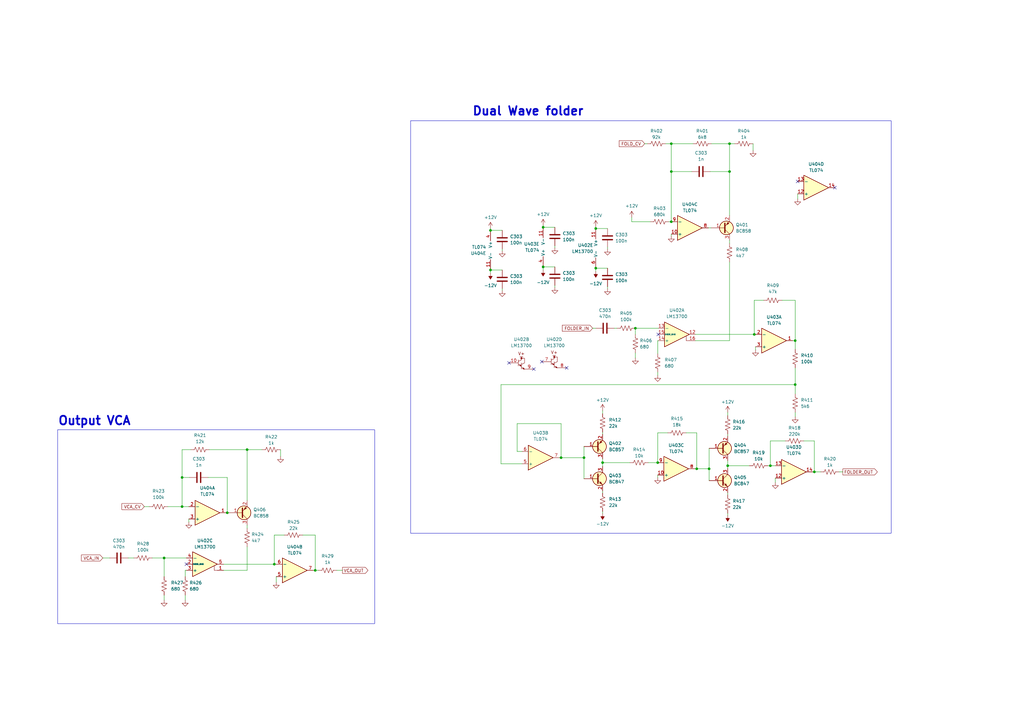
<source format=kicad_sch>
(kicad_sch (version 20230121) (generator eeschema)
  (paper "A3")
  (lib_symbols
    (symbol "Amplifier_Operational:LM13700" (pin_names (offset 0.127))
      (property "Reference" "U" (at 3.81 5.08 0))
      (property "Value" "LM13700" (at 5.08 -5.08 0))
      (symbol "LM13700_1_1"
        (polyline (pts (xy 3.81 -0.635) (xy 3.81 -2.54) (xy 5.08 -2.54)))
        (polyline (pts (xy 5.08 0) (xy -5.08 -5.08) (xy -5.08 5.08) (xy 5.08 0)) (stroke (width 0.254)) (fill (type background)))
        (pin output line (at 7.62 0 180) (length 2.54) (name "~") (number "12"))
        (pin input line (at -7.62 2.54 0) (length 2.54) (name "-") (number "13"))
        (pin input line (at -7.62 -2.54 0) (length 2.54) (name "+") (number "14"))
        (pin input line (at -7.62 0 0) (length 2.54) (name "DIODE_BIAS") (number "15"))
        (pin input line (at 7.62 -2.54 180) (length 2.54) (name "~") (number "16"))
      )
      (symbol "LM13700_2_0"
        (polyline (pts (xy -1.905 2.54) (xy -3.175 2.54)))
      )
      (symbol "LM13700_2_1"
        (circle (center -2.54 1.905) (radius 0.254) (stroke (width 0.254)) (fill (type outline)))
        (polyline (pts (xy -3.81 -0.635) (xy -2.54 -1.27)))
        (polyline (pts (xy -3.81 1.27) (xy -3.81 -1.27)))
        (polyline (pts (xy -2.54 -1.905) (xy -1.27 -2.54)))
        (polyline (pts (xy -2.54 0) (xy -2.54 -2.54)))
        (polyline (pts (xy -3.81 0.635) (xy -2.54 1.27) (xy -2.54 1.905) (xy -2.54 2.54)))
        (polyline (pts (xy -2.54 -1.27) (xy -3.175 -0.635) (xy -3.175 -1.27) (xy -2.54 -1.27)) (fill (type outline)))
        (polyline (pts (xy -2.54 -0.635) (xy -1.27 0) (xy -1.27 1.905) (xy -2.54 1.905)))
        (polyline (pts (xy -1.27 -2.54) (xy -1.905 -1.905) (xy -1.905 -2.54) (xy -1.27 -2.54)) (fill (type outline)))
        (text "V+" (at -2.54 3.81 0) (effects (font (size 1.27 1.27))))
        (pin input line (at -7.62 0 0) (length 3.81) (name "~") (number "10"))
        (pin output line (at 2.54 -2.54 180) (length 3.81) (name "~") (number "9"))
      )
      (symbol "LM13700_3_1"
        (polyline (pts (xy 3.81 -0.635) (xy 3.81 -2.54) (xy 5.08 -2.54)))
        (polyline (pts (xy 5.08 0) (xy -5.08 -5.08) (xy -5.08 5.08) (xy 5.08 0)) (stroke (width 0.254)) (fill (type background)))
        (pin input line (at 7.62 -2.54 180) (length 2.54) (name "~") (number "1"))
        (pin input line (at -7.62 0 0) (length 2.54) (name "DIODE_BIAS") (number "2"))
        (pin input line (at -7.62 -2.54 0) (length 2.54) (name "+") (number "3"))
        (pin input line (at -7.62 2.54 0) (length 2.54) (name "-") (number "4"))
        (pin output line (at 7.62 0 180) (length 2.54) (name "~") (number "5"))
      )
      (symbol "LM13700_4_0"
        (polyline (pts (xy -3.175 2.54) (xy -1.905 2.54)))
        (text "V+" (at -2.54 3.81 0) (effects (font (size 1.27 1.27))))
      )
      (symbol "LM13700_4_1"
        (circle (center -2.54 1.905) (radius 0.254) (stroke (width 0.254)) (fill (type outline)))
        (polyline (pts (xy -3.81 -0.635) (xy -2.54 -1.27)))
        (polyline (pts (xy -3.81 1.27) (xy -3.81 -1.27)))
        (polyline (pts (xy -2.54 -1.905) (xy -1.27 -2.54)))
        (polyline (pts (xy -2.54 0) (xy -2.54 -2.54)))
        (polyline (pts (xy -3.81 0.635) (xy -2.54 1.27) (xy -2.54 2.54)))
        (polyline (pts (xy -2.54 -1.27) (xy -3.175 -0.635) (xy -3.175 -1.27) (xy -2.54 -1.27)) (fill (type outline)))
        (polyline (pts (xy -2.54 -0.635) (xy -1.27 0) (xy -1.27 1.905) (xy -2.54 1.905)))
        (polyline (pts (xy -1.27 -2.54) (xy -1.905 -1.905) (xy -1.905 -2.54) (xy -1.27 -2.54)) (fill (type outline)))
        (pin input line (at -7.62 0 0) (length 3.81) (name "~") (number "7"))
        (pin output line (at 2.54 -2.54 180) (length 3.81) (name "~") (number "8"))
      )
      (symbol "LM13700_5_1"
        (pin power_in line (at -2.54 7.62 270) (length 3.81) (name "V+") (number "11"))
        (pin power_in line (at -2.54 -7.62 90) (length 3.81) (name "V-") (number "6"))
      )
    )
    (symbol "Amplifier_Operational:TL074" (pin_names (offset 0.127))
      (property "Reference" "U" (at 0 5.08 0))
      (property "Value" "TL074" (at 0 -5.08 0))
      (symbol "TL074_1_1"
        (polyline (pts (xy -5.08 5.08) (xy 5.08 0) (xy -5.08 -5.08) (xy -5.08 5.08)) (stroke (width 0.254)) (fill (type background)))
        (pin output line (at 7.62 0 180) (length 2.54) (name "~") (number "1"))
        (pin input line (at -7.62 -2.54 0) (length 2.54) (name "-") (number "2"))
        (pin input line (at -7.62 2.54 0) (length 2.54) (name "+") (number "3"))
      )
      (symbol "TL074_2_1"
        (polyline (pts (xy -5.08 5.08) (xy 5.08 0) (xy -5.08 -5.08) (xy -5.08 5.08)) (stroke (width 0.254)) (fill (type background)))
        (pin input line (at -7.62 2.54 0) (length 2.54) (name "+") (number "5"))
        (pin input line (at -7.62 -2.54 0) (length 2.54) (name "-") (number "6"))
        (pin output line (at 7.62 0 180) (length 2.54) (name "~") (number "7"))
      )
      (symbol "TL074_3_1"
        (polyline (pts (xy -5.08 5.08) (xy 5.08 0) (xy -5.08 -5.08) (xy -5.08 5.08)) (stroke (width 0.254)) (fill (type background)))
        (pin input line (at -7.62 2.54 0) (length 2.54) (name "+") (number "10"))
        (pin output line (at 7.62 0 180) (length 2.54) (name "~") (number "8"))
        (pin input line (at -7.62 -2.54 0) (length 2.54) (name "-") (number "9"))
      )
      (symbol "TL074_4_1"
        (polyline (pts (xy -5.08 5.08) (xy 5.08 0) (xy -5.08 -5.08) (xy -5.08 5.08)) (stroke (width 0.254)) (fill (type background)))
        (pin input line (at -7.62 2.54 0) (length 2.54) (name "+") (number "12"))
        (pin input line (at -7.62 -2.54 0) (length 2.54) (name "-") (number "13"))
        (pin output line (at 7.62 0 180) (length 2.54) (name "~") (number "14"))
      )
      (symbol "TL074_5_1"
        (pin power_in line (at -2.54 -7.62 90) (length 3.81) (name "V-") (number "11"))
        (pin power_in line (at -2.54 7.62 270) (length 3.81) (name "V+") (number "4"))
      )
    )
    (symbol "Device:C" (pin_numbers hide) (pin_names (offset 0.254))
      (property "Reference" "C" (at 0.635 2.54 0))
      (property "Value" "C" (at 0.635 -2.54 0))
      (symbol "C_0_1"
        (polyline (pts (xy -2.032 -0.762) (xy 2.032 -0.762)) (stroke (width 0.508)))
        (polyline (pts (xy -2.032 0.762) (xy 2.032 0.762)) (stroke (width 0.508)))
      )
      (symbol "C_1_1"
        (pin passive line (at 0 3.81 270) (length 2.794) (name "~") (number "1"))
        (pin passive line (at 0 -3.81 90) (length 2.794) (name "~") (number "2"))
      )
    )
    (symbol "Device:R_US" (pin_numbers hide) (pin_names (offset 0))
      (property "Reference" "R" (at 2.54 0 90))
      (property "Value" "R_US" (at -2.54 0 90))
      (symbol "R_US_0_1"
        (polyline (pts (xy 0 -2.286) (xy 0 -2.54)))
        (polyline (pts (xy 0 2.286) (xy 0 2.54)))
        (polyline (pts (xy 0 -0.762) (xy 1.016 -1.143) (xy 0 -1.524) (xy -1.016 -1.905) (xy 0 -2.286)))
        (polyline (pts (xy 0 0.762) (xy 1.016 0.381) (xy 0 0) (xy -1.016 -0.381) (xy 0 -0.762)))
        (polyline (pts (xy 0 2.286) (xy 1.016 1.905) (xy 0 1.524) (xy -1.016 1.143) (xy 0 0.762)))
      )
      (symbol "R_US_1_1"
        (pin passive line (at 0 3.81 270) (length 1.27) (name "~") (number "1"))
        (pin passive line (at 0 -3.81 90) (length 1.27) (name "~") (number "2"))
      )
    )
    (symbol "PCM_Transistor_BJT_AKL:BC847" (pin_names hide)
      (property "Reference" "Q" (at 5.08 1.27 0))
      (property "Value" "BC847" (at 5.08 -1.27 0))
      (symbol "BC847_0_1"
        (polyline (pts (xy 0.635 0.635) (xy 2.54 2.54)))
        (polyline (pts (xy 0.635 -0.635) (xy 2.54 -2.54) (xy 2.54 -2.54)))
        (polyline (pts (xy 0.635 1.905) (xy 0.635 -1.905) (xy 0.635 -1.905)) (stroke (width 0.508)))
        (polyline (pts (xy 1.27 -1.778) (xy 1.778 -1.27) (xy 2.286 -2.286) (xy 1.27 -1.778) (xy 1.27 -1.778)) (fill (type outline)))
        (circle (center 1.27 0) (radius 2.8194) (stroke (width 0.254)) (fill (type background)))
      )
      (symbol "BC847_1_1"
        (pin input line (at -5.08 0 0) (length 5.715) (name "B") (number "1"))
        (pin passive line (at 2.54 -5.08 90) (length 2.54) (name "E") (number "2"))
        (pin passive line (at 2.54 5.08 270) (length 2.54) (name "C") (number "3"))
      )
    )
    (symbol "PCM_Transistor_BJT_AKL:BC857" (pin_names hide)
      (property "Reference" "Q" (at 5.08 1.27 0))
      (property "Value" "BC857" (at 5.08 -1.27 0))
      (symbol "BC857_0_1"
        (polyline (pts (xy 0.635 -0.635) (xy 2.54 -2.54)))
        (polyline (pts (xy 0.635 -1.905) (xy 0.635 1.905) (xy 0.635 1.905)) (stroke (width 0.508)))
        (polyline (pts (xy 0.635 0.635) (xy 2.54 2.54) (xy 2.54 2.54)))
        (polyline (pts (xy 2.286 1.778) (xy 1.778 2.286) (xy 1.27 1.27) (xy 2.286 1.778) (xy 2.286 1.778)) (fill (type outline)))
        (circle (center 1.27 0) (radius 2.8194) (stroke (width 0.254)) (fill (type background)))
      )
      (symbol "BC857_1_1"
        (pin input line (at -5.08 0 0) (length 5.715) (name "B") (number "1"))
        (pin passive line (at 2.54 5.08 270) (length 2.54) (name "E") (number "2"))
        (pin passive line (at 2.54 -5.08 90) (length 2.54) (name "C") (number "3"))
      )
    )
    (symbol "PCM_Transistor_BJT_AKL:BC858" (pin_names hide)
      (property "Reference" "Q" (at 5.08 1.27 0))
      (property "Value" "BC858" (at 5.08 -1.27 0))
      (symbol "BC858_0_1"
        (polyline (pts (xy 0.635 -0.635) (xy 2.54 -2.54)))
        (polyline (pts (xy 0.635 -1.905) (xy 0.635 1.905) (xy 0.635 1.905)) (stroke (width 0.508)))
        (polyline (pts (xy 0.635 0.635) (xy 2.54 2.54) (xy 2.54 2.54)))
        (polyline (pts (xy 2.286 1.778) (xy 1.778 2.286) (xy 1.27 1.27) (xy 2.286 1.778) (xy 2.286 1.778)) (fill (type outline)))
        (circle (center 1.27 0) (radius 2.8194) (stroke (width 0.254)) (fill (type background)))
      )
      (symbol "BC858_1_1"
        (pin input line (at -5.08 0 0) (length 5.715) (name "B") (number "1"))
        (pin passive line (at 2.54 5.08 270) (length 2.54) (name "E") (number "2"))
        (pin passive line (at 2.54 -5.08 90) (length 2.54) (name "C") (number "3"))
      )
    )
    (symbol "power:+12V" (power) (pin_names (offset 0))
      (property "Value" "+12V" (at 0 3.556 0))
      (symbol "+12V_0_1"
        (polyline (pts (xy -0.762 1.27) (xy 0 2.54)))
        (polyline (pts (xy 0 0) (xy 0 2.54)))
        (polyline (pts (xy 0 2.54) (xy 0.762 1.27)))
      )
      (symbol "+12V_1_1"
        (pin power_in line (at 0 0 90) (length 0) hide (name "+12V") (number "1"))
      )
    )
    (symbol "power:-12V" (power) (pin_names (offset 0))
      (property "Value" "-12V" (at 0 3.81 0))
      (symbol "-12V_0_0"
        (pin power_in line (at 0 0 90) (length 0) hide (name "-12V") (number "1"))
      )
      (symbol "-12V_0_1"
        (polyline (pts (xy 0 0) (xy 0 1.27) (xy 0.762 1.27) (xy 0 2.54) (xy -0.762 1.27) (xy 0 1.27)) (fill (type outline)))
      )
    )
    (symbol "power:GND" (power) (pin_names (offset 0))
      (symbol "GND_0_1"
        (polyline (pts (xy 0 0) (xy 0 -1.27) (xy 1.27 -1.27) (xy 0 -2.54) (xy -1.27 -1.27) (xy 0 -1.27)))
      )
      (symbol "GND_1_1"
        (pin power_in line (at 0 0 270) (length 0) hide (name "GND") (number "1"))
      )
    )
  )
  (junction (at 275.336 58.928))
  (junction (at 299.212 70.358))
  (junction (at 309.372 137.16))
  (junction (at 315.976 191.008))
  (junction (at 74.676 207.772))
  (junction (at 275.336 70.358))
  (junction (at 334.01 193.548))
  (junction (at 298.45 191.008))
  (junction (at 285.75 192.278))
  (junction (at 247.142 189.738))
  (junction (at 112.522 231.394))
  (junction (at 74.676 195.834))
  (junction (at 101.346 184.404))
  (junction (at 326.136 157.734))
  (junction (at 290.83 192.278))
  (junction (at 275.336 90.932))
  (junction (at 299.212 58.928))
  (junction (at 201.168 94.488))
  (junction (at 222.758 93.218))
  (junction (at 201.168 110.744))
  (junction (at 244.348 93.726))
  (junction (at 222.758 109.474))
  (junction (at 326.136 139.7))
  (junction (at 93.218 210.312))
  (junction (at 230.124 187.706))
  (junction (at 67.31 228.854))
  (junction (at 129.286 233.934))
  (junction (at 260.604 134.62))
  (junction (at 269.748 189.738))
  (junction (at 239.522 187.706))
  (junction (at 244.348 109.982))
  (no_connect (at 76.454 231.394))
  (no_connect (at 232.41 150.876))
  (no_connect (at 218.948 151.384))
  (no_connect (at 208.788 148.844))
  (no_connect (at 327.152 74.422))
  (no_connect (at 270.002 137.16))
  (no_connect (at 222.25 148.336))
  (no_connect (at 342.392 76.962))
  (wire (pts (xy 52.578 228.854) (xy 54.864 228.854)))
  (wire (pts (xy 326.136 123.19) (xy 326.136 139.7)))
  (wire (pts (xy 291.338 70.358) (xy 299.212 70.358)))
  (wire (pts (xy 201.168 110.744) (xy 201.168 112.014)))
  (wire (pts (xy 285.242 137.16) (xy 309.372 137.16)))
  (wire (pts (xy 222.758 93.218) (xy 222.758 93.726)))
  (wire (pts (xy 320.802 123.19) (xy 326.136 123.19)))
  (wire (pts (xy 309.372 137.16) (xy 309.88 137.16)))
  (wire (pts (xy 101.346 184.404) (xy 107.442 184.404)))
  (wire (pts (xy 91.694 231.394) (xy 112.522 231.394)))
  (wire (pts (xy 285.242 139.7) (xy 299.212 139.7)))
  (wire (pts (xy 76.454 228.854) (xy 67.31 228.854)))
  (wire (pts (xy 230.124 187.706) (xy 229.362 187.706)))
  (wire (pts (xy 247.142 177.292) (xy 247.142 178.054)))
  (wire (pts (xy 298.45 210.566) (xy 298.45 211.328)))
  (wire (pts (xy 269.748 177.546) (xy 269.748 189.738)))
  (wire (pts (xy 138.176 233.934) (xy 140.462 233.934)))
  (wire (pts (xy 260.604 134.62) (xy 260.604 137.16)))
  (wire (pts (xy 326.136 143.256) (xy 326.136 139.7)))
  (wire (pts (xy 326.136 169.164) (xy 326.136 170.942)))
  (wire (pts (xy 214.122 190.246) (xy 205.486 190.246)))
  (wire (pts (xy 222.758 109.474) (xy 227.584 109.474)))
  (wire (pts (xy 247.142 201.422) (xy 247.142 202.184)))
  (wire (pts (xy 275.336 96.012) (xy 275.336 96.774)))
  (wire (pts (xy 299.212 88.392) (xy 299.212 70.358)))
  (wire (pts (xy 75.946 236.474) (xy 75.946 233.934)))
  (wire (pts (xy 222.758 109.474) (xy 222.758 110.744)))
  (wire (pts (xy 344.17 193.548) (xy 345.694 193.548)))
  (wire (pts (xy 112.522 231.394) (xy 113.284 231.394)))
  (wire (pts (xy 67.31 228.854) (xy 62.484 228.854)))
  (wire (pts (xy 201.168 94.488) (xy 205.994 94.488)))
  (wire (pts (xy 315.976 191.008) (xy 318.008 191.008)))
  (wire (pts (xy 201.168 110.236) (xy 201.168 110.744)))
  (wire (pts (xy 309.88 142.24) (xy 309.88 143.51)))
  (wire (pts (xy 212.09 185.166) (xy 212.09 173.736)))
  (wire (pts (xy 243.078 134.62) (xy 244.348 134.62)))
  (wire (pts (xy 205.994 118.364) (xy 205.994 119.126)))
  (wire (pts (xy 275.336 58.928) (xy 275.336 70.358)))
  (wire (pts (xy 116.586 219.456) (xy 112.522 219.456)))
  (wire (pts (xy 329.692 180.848) (xy 334.01 180.848)))
  (wire (pts (xy 113.284 236.474) (xy 113.284 238.76)))
  (wire (pts (xy 205.994 102.108) (xy 205.994 102.87)))
  (wire (pts (xy 299.212 58.928) (xy 299.212 70.358)))
  (wire (pts (xy 124.206 219.456) (xy 129.286 219.456)))
  (wire (pts (xy 259.08 89.154) (xy 259.08 90.932)))
  (wire (pts (xy 285.75 177.546) (xy 285.75 192.278)))
  (wire (pts (xy 74.676 195.834) (xy 74.676 207.772)))
  (wire (pts (xy 227.584 100.838) (xy 227.584 101.6)))
  (wire (pts (xy 42.164 228.854) (xy 44.958 228.854)))
  (wire (pts (xy 251.968 134.62) (xy 252.984 134.62)))
  (wire (pts (xy 129.286 219.456) (xy 129.286 233.934)))
  (wire (pts (xy 298.45 178.054) (xy 298.45 178.816)))
  (wire (pts (xy 205.486 157.734) (xy 326.136 157.734)))
  (wire (pts (xy 74.676 207.772) (xy 77.47 207.772)))
  (wire (pts (xy 247.142 188.214) (xy 247.142 189.738)))
  (wire (pts (xy 322.072 180.848) (xy 315.976 180.848)))
  (wire (pts (xy 318.008 196.088) (xy 318.008 197.866)))
  (wire (pts (xy 269.748 145.034) (xy 269.748 139.7)))
  (wire (pts (xy 212.09 173.736) (xy 230.124 173.736)))
  (wire (pts (xy 93.218 210.312) (xy 93.726 210.312)))
  (wire (pts (xy 314.96 191.008) (xy 315.976 191.008)))
  (wire (pts (xy 129.286 233.934) (xy 128.524 233.934)))
  (wire (pts (xy 274.32 90.932) (xy 275.336 90.932)))
  (wire (pts (xy 247.142 189.738) (xy 247.142 191.262)))
  (wire (pts (xy 67.31 244.094) (xy 67.31 246.126)))
  (wire (pts (xy 230.124 187.706) (xy 239.522 187.706)))
  (wire (pts (xy 230.124 173.736) (xy 230.124 187.706)))
  (wire (pts (xy 244.348 109.982) (xy 249.174 109.982)))
  (wire (pts (xy 77.47 212.852) (xy 77.47 214.122)))
  (wire (pts (xy 299.212 58.928) (xy 301.244 58.928)))
  (wire (pts (xy 265.938 189.738) (xy 269.748 189.738)))
  (wire (pts (xy 299.212 98.552) (xy 299.212 99.822)))
  (wire (pts (xy 285.75 192.278) (xy 290.83 192.278)))
  (wire (pts (xy 326.136 161.544) (xy 326.136 157.734)))
  (wire (pts (xy 260.604 144.78) (xy 260.604 146.812)))
  (wire (pts (xy 244.348 92.964) (xy 244.348 93.726)))
  (wire (pts (xy 68.834 207.772) (xy 74.676 207.772)))
  (wire (pts (xy 290.576 93.472) (xy 291.592 93.472)))
  (wire (pts (xy 281.432 177.546) (xy 285.75 177.546)))
  (wire (pts (xy 327.152 79.502) (xy 327.152 81.534)))
  (wire (pts (xy 244.348 93.726) (xy 244.348 94.234)))
  (wire (pts (xy 269.748 139.7) (xy 270.002 139.7)))
  (wire (pts (xy 74.676 184.404) (xy 74.676 195.834)))
  (wire (pts (xy 298.45 191.008) (xy 298.45 192.024)))
  (wire (pts (xy 313.182 123.19) (xy 309.372 123.19)))
  (wire (pts (xy 308.864 58.928) (xy 308.864 61.722)))
  (wire (pts (xy 101.346 184.404) (xy 101.346 205.232)))
  (wire (pts (xy 264.414 58.928) (xy 265.43 58.928)))
  (wire (pts (xy 269.748 152.654) (xy 269.748 153.924)))
  (wire (pts (xy 244.348 109.982) (xy 244.348 111.252)))
  (wire (pts (xy 275.336 70.358) (xy 275.336 90.932)))
  (wire (pts (xy 85.852 184.404) (xy 101.346 184.404)))
  (wire (pts (xy 129.286 233.934) (xy 130.556 233.934)))
  (wire (pts (xy 285.75 192.278) (xy 284.988 192.278)))
  (wire (pts (xy 290.83 183.896) (xy 290.83 192.278)))
  (wire (pts (xy 244.348 93.726) (xy 249.174 93.726)))
  (wire (pts (xy 239.522 183.134) (xy 239.522 187.706)))
  (wire (pts (xy 239.522 187.706) (xy 239.522 196.342)))
  (wire (pts (xy 75.946 233.934) (xy 76.454 233.934)))
  (wire (pts (xy 74.676 195.834) (xy 77.724 195.834)))
  (wire (pts (xy 227.584 117.094) (xy 227.584 117.856)))
  (wire (pts (xy 214.122 185.166) (xy 212.09 185.166)))
  (wire (pts (xy 299.212 139.7) (xy 299.212 107.442)))
  (wire (pts (xy 291.846 58.928) (xy 299.212 58.928)))
  (wire (pts (xy 112.522 219.456) (xy 112.522 231.394)))
  (wire (pts (xy 101.346 233.934) (xy 101.346 224.282)))
  (wire (pts (xy 290.83 192.278) (xy 290.83 197.104)))
  (wire (pts (xy 91.694 233.934) (xy 101.346 233.934)))
  (wire (pts (xy 334.01 193.548) (xy 336.55 193.548)))
  (wire (pts (xy 115.062 184.404) (xy 115.062 187.198)))
  (wire (pts (xy 298.45 169.164) (xy 298.45 170.434)))
  (wire (pts (xy 315.976 180.848) (xy 315.976 191.008)))
  (wire (pts (xy 85.344 195.834) (xy 93.218 195.834)))
  (wire (pts (xy 326.136 157.734) (xy 326.136 150.876)))
  (wire (pts (xy 298.45 188.976) (xy 298.45 191.008)))
  (wire (pts (xy 244.348 109.474) (xy 244.348 109.982)))
  (wire (pts (xy 247.142 189.738) (xy 258.318 189.738)))
  (wire (pts (xy 298.45 202.184) (xy 298.45 202.946)))
  (wire (pts (xy 326.136 139.7) (xy 325.12 139.7)))
  (wire (pts (xy 222.758 93.218) (xy 227.584 93.218)))
  (wire (pts (xy 75.946 244.094) (xy 75.946 246.126)))
  (wire (pts (xy 269.748 194.818) (xy 269.748 195.834)))
  (wire (pts (xy 101.346 215.392) (xy 101.346 216.662)))
  (wire (pts (xy 247.142 209.804) (xy 247.142 210.566)))
  (wire (pts (xy 334.01 193.548) (xy 333.248 193.548)))
  (wire (pts (xy 275.336 58.928) (xy 284.226 58.928)))
  (wire (pts (xy 334.01 180.848) (xy 334.01 193.548)))
  (wire (pts (xy 93.218 195.834) (xy 93.218 210.312)))
  (wire (pts (xy 59.182 207.772) (xy 61.214 207.772)))
  (wire (pts (xy 201.168 94.488) (xy 201.168 94.996)))
  (wire (pts (xy 298.45 191.008) (xy 307.34 191.008)))
  (wire (pts (xy 249.174 117.602) (xy 249.174 118.364)))
  (wire (pts (xy 222.758 92.456) (xy 222.758 93.218)))
  (wire (pts (xy 67.31 228.854) (xy 67.31 236.474)))
  (wire (pts (xy 259.08 90.932) (xy 266.7 90.932)))
  (wire (pts (xy 205.486 190.246) (xy 205.486 157.734)))
  (wire (pts (xy 260.604 134.62) (xy 270.002 134.62)))
  (wire (pts (xy 249.174 101.346) (xy 249.174 102.108)))
  (wire (pts (xy 92.71 210.312) (xy 93.218 210.312)))
  (wire (pts (xy 309.372 123.19) (xy 309.372 137.16)))
  (wire (pts (xy 201.168 93.726) (xy 201.168 94.488)))
  (wire (pts (xy 222.758 108.966) (xy 222.758 109.474)))
  (wire (pts (xy 273.812 177.546) (xy 269.748 177.546)))
  (wire (pts (xy 275.336 70.358) (xy 283.718 70.358)))
  (wire (pts (xy 247.142 168.402) (xy 247.142 169.672)))
  (wire (pts (xy 201.168 110.744) (xy 205.994 110.744)))
  (wire (pts (xy 78.232 184.404) (xy 74.676 184.404)))
  (wire (pts (xy 273.05 58.928) (xy 275.336 58.928)))
  (rectangle (start 168.402 49.53) (end 365.506 218.694))
  (rectangle (start 23.622 176.276) (end 153.67 255.778))
  (text "Dual Wave folder" (at 193.548 47.752 0) (effects (font (size 3.5 3.5) (thickness 0.7) bold) (justify left bottom)))
  (text "Output VCA" (at 23.622 174.752 0) (effects (font (size 3.5 3.5) (thickness 0.7) bold) (justify left bottom)))
  (global_label "FOLDER_IN" (shape input) (at 243.078 134.62 180) (property "Intersheetrefs" "${INTERSHEET_REFS}" (effects hide)))
  (global_label "FOLDER_OUT" (shape output) (at 345.694 193.548 0) (property "Intersheetrefs" "${INTERSHEET_REFS}" (effects hide)))
  (global_label "VCA_IN" (shape input) (at 42.164 228.854 180) (property "Intersheetrefs" "${INTERSHEET_REFS}" (effects hide)))
  (global_label "VCA_CV" (shape input) (at 59.182 207.772 180) (property "Intersheetrefs" "${INTERSHEET_REFS}" (effects hide)))
  (global_label "FOLD_CV" (shape input) (at 264.414 58.928 180) (property "Intersheetrefs" "${INTERSHEET_REFS}" (effects hide)))
  (global_label "VCA_OUT" (shape output) (at 140.462 233.934 0) (property "Intersheetrefs" "${INTERSHEET_REFS}" (effects hide)))
  (symbol (lib_id "PCM_Transistor_BJT_AKL:BC858") (at 98.806 210.312 0) (unit 1)
    (property "Reference" "Q406" (at 103.886 209.042 0) (effects (justify left)))
    (property "Value" "BC858" (at 103.886 211.582 0) (effects (justify left)))
    (property "Footprint" "PCM_Package_TO_SOT_SMD_AKL:SOT-23" (effects hide))
    (property "Datasheet" "https://www.tme.eu/Document/c382caaa0cc481743f0c0197b727e2d1/BC856A.pdf" (effects hide))
  )
  (symbol (lib_id "Device:R_US") (at 67.31 240.284 180) (unit 1)
    (property "Reference" "R427" (at 70.104 239.014 0) (effects (justify right)))
    (property "Value" "680" (at 70.104 241.554 0) (effects (justify right)))
    (property "Footprint" "PCM_Resistor_SMD_AKL:R_0805_2012Metric" (effects hide))
  )
  (symbol (lib_id "Device:R_US") (at 298.45 174.244 180) (unit 1)
    (property "Reference" "R416" (at 300.482 172.974 0) (effects (justify right)))
    (property "Value" "22k" (at 300.482 175.514 0) (effects (justify right)))
    (property "Footprint" "PCM_Resistor_SMD_AKL:R_0805_2012Metric" (effects hide))
  )
  (symbol (lib_id "Device:R_US") (at 305.054 58.928 90) (unit 1)
    (property "Reference" "R404" (at 305.054 53.721 90))
    (property "Value" "1k" (at 305.054 56.261 90))
    (property "Footprint" "PCM_Resistor_SMD_AKL:R_0805_2012Metric" (effects hide))
  )
  (symbol (lib_id "power:GND") (at 205.994 102.87 0) (unit 1)
    (property "Reference" "#PWR0307" (effects hide))
    (property "Value" "GND" (effects hide))
    (instances (project "DCOVoiceBoard" (path "" (reference "#PWR0307") (unit 1)) (path "" (reference "#PWR0409") (unit 1))))
  )
  (symbol (lib_id "Amplifier_Operational:TL074") (at 221.742 187.706 0) (mirror x) (unit 2)
    (property "Reference" "U403" (at 221.742 177.546 0))
    (property "Value" "TL074" (at 221.742 180.086 0))
    (property "Footprint" "Package_SO:SOIC-14_3.9x8.7mm_P1.27mm" (effects hide))
    (property "Datasheet" "http://www.ti.com/lit/ds/symlink/tl071.pdf" (effects hide))
  )
  (symbol (lib_id "Amplifier_Operational:LM13700") (at 216.408 148.844 0) (unit 2)
    (property "Reference" "U402" (at 213.868 139.192 0))
    (property "Value" "LM13700" (at 213.868 141.732 0))
    (property "Footprint" "Package_SO:SOIC-16_3.9x9.9mm_P1.27mm" (effects hide))
    (property "Datasheet" "http://www.ti.com/lit/ds/symlink/lm13700.pdf" (effects hide))
  )
  (symbol (lib_id "Device:R_US") (at 256.794 134.62 90) (unit 1)
    (property "Reference" "R405" (at 256.794 128.524 90))
    (property "Value" "100k" (at 256.794 131.064 90))
    (property "Footprint" "PCM_Resistor_SMD_AKL:R_0805_2012Metric" (effects hide))
  )
  (symbol (lib_id "PCM_Transistor_BJT_AKL:BC857") (at 244.602 183.134 0) (unit 1)
    (property "Reference" "Q402" (at 249.682 181.864 0) (effects (justify left)))
    (property "Value" "BC857" (at 249.682 184.404 0) (effects (justify left)))
    (property "Footprint" "PCM_Package_TO_SOT_SMD_AKL:SOT-23" (effects hide))
    (property "Datasheet" "https://www.tme.eu/Document/c382caaa0cc481743f0c0197b727e2d1/BC856A.pdf" (effects hide))
  )
  (symbol (lib_id "power:-12V") (at 244.348 111.252 180) (unit 1)
    (property "Reference" "#PWR0429" (effects hide))
    (property "Value" "-12V" (at 244.348 116.332 0))
  )
  (symbol (lib_id "Amplifier_Operational:LM13700") (at 241.808 101.854 0) (mirror y) (unit 5)
    (property "Reference" "U402" (at 243.332 100.584 0) (effects (justify left)))
    (property "Value" "LM13700" (at 243.332 103.124 0) (effects (justify left)))
    (property "Footprint" "Package_SO:SOIC-16_3.9x9.9mm_P1.27mm" (effects hide))
    (property "Datasheet" "http://www.ti.com/lit/ds/symlink/lm13700.pdf" (effects hide))
  )
  (symbol (lib_id "Device:R_US") (at 316.992 123.19 270) (unit 1)
    (property "Reference" "R409" (at 316.992 117.094 90))
    (property "Value" "47k" (at 316.992 119.634 90))
    (property "Footprint" "PCM_Resistor_SMD_AKL:R_0805_2012Metric" (effects hide))
  )
  (symbol (lib_id "Device:R_US") (at 269.24 58.928 90) (unit 1)
    (property "Reference" "R402" (at 269.24 53.721 90))
    (property "Value" "92k" (at 269.24 56.261 90))
    (property "Footprint" "PCM_Resistor_SMD_AKL:R_0805_2012Metric" (effects hide))
  )
  (symbol (lib_id "Device:C") (at 205.994 114.554 0) (unit 1)
    (property "Reference" "C303" (at 209.169 113.284 0) (effects (justify left)))
    (property "Value" "100n" (at 209.169 115.824 0) (effects (justify left)))
    (property "Footprint" "Capacitor_SMD:C_0805_2012Metric" (effects hide))
    (instances (project "DCOVoiceBoard" (path "" (reference "C303") (unit 1)) (path "" (reference "C404") (unit 1))))
  )
  (symbol (lib_id "Device:C") (at 227.584 97.028 0) (unit 1)
    (property "Reference" "C303" (at 230.759 95.758 0) (effects (justify left)))
    (property "Value" "100n" (at 230.759 98.298 0) (effects (justify left)))
    (property "Footprint" "Capacitor_SMD:C_0805_2012Metric" (effects hide))
    (instances (project "DCOVoiceBoard" (path "" (reference "C303") (unit 1)) (path "" (reference "C407") (unit 1))))
  )
  (symbol (lib_id "Device:R_US") (at 247.142 205.994 180) (unit 1)
    (property "Reference" "R413" (at 249.682 204.724 0) (effects (justify right)))
    (property "Value" "22k" (at 249.682 207.264 0) (effects (justify right)))
    (property "Footprint" "PCM_Resistor_SMD_AKL:R_0805_2012Metric" (effects hide))
  )
  (symbol (lib_id "power:GND") (at 205.994 119.126 0) (unit 1)
    (property "Reference" "#PWR0307" (effects hide))
    (property "Value" "GND" (effects hide))
    (instances (project "DCOVoiceBoard" (path "" (reference "#PWR0307") (unit 1)) (path "" (reference "#PWR0410") (unit 1))))
  )
  (symbol (lib_id "Amplifier_Operational:TL074") (at 85.09 210.312 0) (mirror x) (unit 1)
    (property "Reference" "U404" (at 85.09 200.152 0))
    (property "Value" "TL074" (at 85.09 202.692 0))
    (property "Footprint" "Package_SO:SOIC-14_3.9x8.7mm_P1.27mm" (effects hide))
    (property "Datasheet" "http://www.ti.com/lit/ds/symlink/tl071.pdf" (effects hide))
  )
  (symbol (lib_id "Device:R_US") (at 120.396 219.456 90) (unit 1)
    (property "Reference" "R425" (at 120.396 214.122 90))
    (property "Value" "22k" (at 120.396 216.662 90))
    (property "Footprint" "PCM_Resistor_SMD_AKL:R_0805_2012Metric" (effects hide))
  )
  (symbol (lib_id "power:GND") (at 249.174 102.108 0) (unit 1)
    (property "Reference" "#PWR0307" (effects hide))
    (property "Value" "GND" (effects hide))
    (instances (project "DCOVoiceBoard" (path "" (reference "#PWR0307") (unit 1)) (path "" (reference "#PWR0430") (unit 1))))
  )
  (symbol (lib_id "Device:R_US") (at 65.024 207.772 90) (unit 1)
    (property "Reference" "R423" (at 65.024 201.422 90))
    (property "Value" "100k" (at 65.024 203.962 90))
    (property "Footprint" "PCM_Resistor_SMD_AKL:R_0805_2012Metric" (effects hide))
  )
  (symbol (lib_id "PCM_Transistor_BJT_AKL:BC847") (at 295.91 197.104 0) (unit 1)
    (property "Reference" "Q405" (at 300.99 195.834 0) (effects (justify left)))
    (property "Value" "BC847" (at 300.99 198.374 0) (effects (justify left)))
    (property "Footprint" "PCM_Package_TO_SOT_SMD_AKL:SOT-23" (effects hide))
    (property "Datasheet" "https://assets.nexperia.com/documents/data-sheet/BC847_SER.pdf" (effects hide))
  )
  (symbol (lib_id "power:GND") (at 327.152 81.534 0) (unit 1)
    (property "Reference" "#PWR0432" (effects hide))
    (property "Value" "GND" (effects hide))
  )
  (symbol (lib_id "Device:R_US") (at 326.136 147.066 0) (unit 1)
    (property "Reference" "R410" (at 328.422 145.796 0) (effects (justify left)))
    (property "Value" "100k" (at 328.422 148.336 0) (effects (justify left)))
    (property "Footprint" "PCM_Resistor_SMD_AKL:R_0805_2012Metric" (effects hide))
  )
  (symbol (lib_id "Amplifier_Operational:TL074") (at 225.298 101.346 0) (mirror x) (unit 5)
    (property "Reference" "U403" (at 221.234 100.076 0) (effects (justify right)))
    (property "Value" "TL074" (at 221.234 102.616 0) (effects (justify right)))
    (property "Footprint" "Package_SO:SOIC-14_3.9x8.7mm_P1.27mm" (effects hide))
    (property "Datasheet" "http://www.ti.com/lit/ds/symlink/tl071.pdf" (effects hide))
  )
  (symbol (lib_id "Device:R_US") (at 75.946 240.284 180) (unit 1)
    (property "Reference" "R426" (at 77.724 239.014 0) (effects (justify right)))
    (property "Value" "680" (at 77.724 241.554 0) (effects (justify right)))
    (property "Footprint" "PCM_Resistor_SMD_AKL:R_0805_2012Metric" (effects hide))
  )
  (symbol (lib_id "Amplifier_Operational:TL074") (at 120.904 233.934 0) (mirror x) (unit 2)
    (property "Reference" "U404" (at 120.904 224.282 0))
    (property "Value" "TL074" (at 120.904 226.822 0))
    (property "Footprint" "Package_SO:SOIC-14_3.9x8.7mm_P1.27mm" (effects hide))
    (property "Datasheet" "http://www.ti.com/lit/ds/symlink/tl071.pdf" (effects hide))
  )
  (symbol (lib_id "Amplifier_Operational:TL074") (at 277.368 192.278 0) (mirror x) (unit 3)
    (property "Reference" "U403" (at 277.368 182.626 0))
    (property "Value" "TL074" (at 277.368 185.166 0))
    (property "Footprint" "Package_SO:SOIC-14_3.9x8.7mm_P1.27mm" (effects hide))
    (property "Datasheet" "http://www.ti.com/lit/ds/symlink/tl071.pdf" (effects hide))
  )
  (symbol (lib_id "Device:R_US") (at 262.128 189.738 270) (unit 1)
    (property "Reference" "R414" (at 262.128 184.404 90))
    (property "Value" "10k" (at 262.128 186.944 90))
    (property "Footprint" "PCM_Resistor_SMD_AKL:R_0805_2012Metric" (effects hide))
  )
  (symbol (lib_id "Device:R_US") (at 269.748 148.844 180) (unit 1)
    (property "Reference" "R407" (at 272.542 147.574 0) (effects (justify right)))
    (property "Value" "680" (at 272.542 150.114 0) (effects (justify right)))
    (property "Footprint" "PCM_Resistor_SMD_AKL:R_0805_2012Metric" (effects hide))
  )
  (symbol (lib_id "power:-12V") (at 201.168 112.014 180) (unit 1)
    (property "Reference" "#PWR0408" (effects hide))
    (property "Value" "-12V" (at 201.168 117.094 0))
  )
  (symbol (lib_id "Device:R_US") (at 111.252 184.404 90) (unit 1)
    (property "Reference" "R422" (at 111.252 179.197 90))
    (property "Value" "1k" (at 111.252 181.737 90))
    (property "Footprint" "PCM_Resistor_SMD_AKL:R_0805_2012Metric" (effects hide))
  )
  (symbol (lib_id "Amplifier_Operational:LM13700") (at 277.622 137.16 0) (unit 1)
    (property "Reference" "U402" (at 277.622 127.254 0))
    (property "Value" "LM13700" (at 277.622 129.794 0))
    (property "Footprint" "Package_SO:SOIC-16_3.9x9.9mm_P1.27mm" (effects hide))
    (property "Datasheet" "http://www.ti.com/lit/ds/symlink/lm13700.pdf" (effects hide))
  )
  (symbol (lib_id "power:-12V") (at 222.758 110.744 180) (unit 1)
    (property "Reference" "#PWR0417" (effects hide))
    (property "Value" "-12V" (at 222.758 115.824 0))
  )
  (symbol (lib_id "Device:R_US") (at 340.36 193.548 270) (unit 1)
    (property "Reference" "R420" (at 340.36 188.214 90))
    (property "Value" "1k" (at 340.36 190.754 90))
    (property "Footprint" "PCM_Resistor_SMD_AKL:R_0805_2012Metric" (effects hide))
  )
  (symbol (lib_id "power:GND") (at 309.88 143.51 0) (unit 1)
    (property "Reference" "#PWR0307" (effects hide))
    (property "Value" "GND" (effects hide))
    (instances (project "DCOVoiceBoard" (path "" (reference "#PWR0307") (unit 1)) (path "" (reference "#PWR0420") (unit 1))))
  )
  (symbol (lib_id "Device:C") (at 249.174 113.792 0) (unit 1)
    (property "Reference" "C303" (at 252.349 112.522 0) (effects (justify left)))
    (property "Value" "100n" (at 252.349 115.062 0) (effects (justify left)))
    (property "Footprint" "Capacitor_SMD:C_0805_2012Metric" (effects hide))
    (instances (project "DCOVoiceBoard" (path "" (reference "C303") (unit 1)) (path "" (reference "C410") (unit 1))))
  )
  (symbol (lib_id "Device:C") (at 48.768 228.854 90) (unit 1)
    (property "Reference" "C303" (at 48.768 221.742 90))
    (property "Value" "470n" (at 48.768 224.282 90))
    (property "Footprint" "Capacitor_SMD:C_0805_2012Metric" (effects hide))
    (instances (project "DCOVoiceBoard" (path "" (reference "C303") (unit 1)) (path "" (reference "C414") (unit 1))))
  )
  (symbol (lib_id "power:GND") (at 326.136 170.942 0) (unit 1)
    (property "Reference" "#PWR0307" (effects hide))
    (property "Value" "GND" (effects hide))
    (instances (project "DCOVoiceBoard" (path "" (reference "#PWR0307") (unit 1)) (path "" (reference "#PWR0421") (unit 1))))
  )
  (symbol (lib_id "Device:C") (at 227.584 113.284 0) (unit 1)
    (property "Reference" "C303" (at 230.759 112.014 0) (effects (justify left)))
    (property "Value" "100n" (at 230.759 114.554 0) (effects (justify left)))
    (property "Footprint" "Capacitor_SMD:C_0805_2012Metric" (effects hide))
    (instances (project "DCOVoiceBoard" (path "" (reference "C303") (unit 1)) (path "" (reference "C408") (unit 1))))
  )
  (symbol (lib_id "power:+12V") (at 244.348 92.964 0) (unit 1)
    (property "Reference" "#PWR0428" (effects hide))
    (property "Value" "+12V" (at 244.348 88.392 0))
  )
  (symbol (lib_id "Amplifier_Operational:TL074") (at 334.772 76.962 0) (mirror x) (unit 4)
    (property "Reference" "U404" (at 334.772 67.31 0))
    (property "Value" "TL074" (at 334.772 69.85 0))
    (property "Footprint" "Package_SO:SOIC-14_3.9x8.7mm_P1.27mm" (effects hide))
    (property "Datasheet" "http://www.ti.com/lit/ds/symlink/tl071.pdf" (effects hide))
  )
  (symbol (lib_id "Device:R_US") (at 277.622 177.546 270) (unit 1)
    (property "Reference" "R415" (at 277.622 171.704 90))
    (property "Value" "18k" (at 277.622 174.244 90))
    (property "Footprint" "PCM_Resistor_SMD_AKL:R_0805_2012Metric" (effects hide))
  )
  (symbol (lib_id "Amplifier_Operational:LM13700") (at 229.87 148.336 0) (unit 4)
    (property "Reference" "U402" (at 227.33 139.192 0))
    (property "Value" "LM13700" (at 227.33 141.732 0))
    (property "Footprint" "Package_SO:SOIC-16_3.9x9.9mm_P1.27mm" (effects hide))
    (property "Datasheet" "http://www.ti.com/lit/ds/symlink/lm13700.pdf" (effects hide))
  )
  (symbol (lib_id "Device:R_US") (at 101.346 220.472 180) (unit 1)
    (property "Reference" "R424" (at 103.124 219.202 0) (effects (justify right)))
    (property "Value" "4k7" (at 103.124 221.742 0) (effects (justify right)))
    (property "Footprint" "PCM_Resistor_SMD_AKL:R_0805_2012Metric" (effects hide))
  )
  (symbol (lib_id "power:GND") (at 249.174 118.364 0) (unit 1)
    (property "Reference" "#PWR0307" (effects hide))
    (property "Value" "GND" (effects hide))
    (instances (project "DCOVoiceBoard" (path "" (reference "#PWR0307") (unit 1)) (path "" (reference "#PWR0431") (unit 1))))
  )
  (symbol (lib_id "Device:R_US") (at 82.042 184.404 90) (unit 1)
    (property "Reference" "R421" (at 82.042 178.562 90))
    (property "Value" "12k" (at 82.042 181.102 90))
    (property "Footprint" "PCM_Resistor_SMD_AKL:R_0805_2012Metric" (effects hide))
  )
  (symbol (lib_id "power:GND") (at 275.336 96.774 0) (unit 1)
    (property "Reference" "#PWR0411" (effects hide))
    (property "Value" "GND" (effects hide))
  )
  (symbol (lib_id "Device:R_US") (at 298.45 206.756 180) (unit 1)
    (property "Reference" "R417" (at 300.482 205.486 0) (effects (justify right)))
    (property "Value" "22k" (at 300.482 208.026 0) (effects (justify right)))
    (property "Footprint" "PCM_Resistor_SMD_AKL:R_0805_2012Metric" (effects hide))
  )
  (symbol (lib_id "Device:R_US") (at 247.142 173.482 180) (unit 1)
    (property "Reference" "R412" (at 249.682 172.212 0) (effects (justify right)))
    (property "Value" "22k" (at 249.682 174.752 0) (effects (justify right)))
    (property "Footprint" "PCM_Resistor_SMD_AKL:R_0805_2012Metric" (effects hide))
  )
  (symbol (lib_id "power:+12V") (at 222.758 92.456 0) (unit 1)
    (property "Reference" "#PWR0416" (effects hide))
    (property "Value" "+12V" (at 222.758 87.884 0))
  )
  (symbol (lib_id "power:GND") (at 115.062 187.198 0) (unit 1)
    (property "Reference" "#PWR0436" (effects hide))
    (property "Value" "GND" (effects hide))
  )
  (symbol (lib_id "Amplifier_Operational:TL074") (at 317.5 139.7 0) (mirror x) (unit 1)
    (property "Reference" "U403" (at 317.5 130.048 0))
    (property "Value" "TL074" (at 317.5 132.588 0))
    (property "Footprint" "Package_SO:SOIC-14_3.9x8.7mm_P1.27mm" (effects hide))
    (property "Datasheet" "http://www.ti.com/lit/ds/symlink/tl071.pdf" (effects hide))
  )
  (symbol (lib_id "Amplifier_Operational:LM13700") (at 84.074 231.394 0) (unit 3)
    (property "Reference" "U402" (at 84.074 221.742 0))
    (property "Value" "LM13700" (at 84.074 224.282 0))
    (property "Footprint" "Package_SO:SOIC-16_3.9x9.9mm_P1.27mm" (effects hide))
    (property "Datasheet" "http://www.ti.com/lit/ds/symlink/lm13700.pdf" (effects hide))
  )
  (symbol (lib_id "Device:R_US") (at 58.674 228.854 270) (unit 1)
    (property "Reference" "R428" (at 58.674 223.012 90))
    (property "Value" "100k" (at 58.674 225.552 90))
    (property "Footprint" "PCM_Resistor_SMD_AKL:R_0805_2012Metric" (effects hide))
  )
  (symbol (lib_id "Device:R_US") (at 299.212 103.632 180) (unit 1)
    (property "Reference" "R408" (at 301.752 102.362 0) (effects (justify right)))
    (property "Value" "4k7" (at 301.752 104.902 0) (effects (justify right)))
    (property "Footprint" "PCM_Resistor_SMD_AKL:R_0805_2012Metric" (effects hide))
  )
  (symbol (lib_id "Device:R_US") (at 325.882 180.848 270) (unit 1)
    (property "Reference" "R418" (at 325.882 175.514 90))
    (property "Value" "220k" (at 325.882 178.054 90))
    (property "Footprint" "PCM_Resistor_SMD_AKL:R_0805_2012Metric" (effects hide))
  )
  (symbol (lib_id "Device:R_US") (at 134.366 233.934 90) (unit 1)
    (property "Reference" "R429" (at 134.366 228.092 90))
    (property "Value" "1k" (at 134.366 230.632 90))
    (property "Footprint" "PCM_Resistor_SMD_AKL:R_0805_2012Metric" (effects hide))
  )
  (symbol (lib_id "power:GND") (at 113.284 238.76 0) (unit 1)
    (property "Reference" "#PWR0438" (effects hide))
    (property "Value" "GND" (effects hide))
  )
  (symbol (lib_id "power:GND") (at 269.748 195.834 0) (unit 1)
    (property "Reference" "#PWR0307" (effects hide))
    (property "Value" "GND" (effects hide))
    (instances (project "DCOVoiceBoard" (path "" (reference "#PWR0307") (unit 1)) (path "" (reference "#PWR0424") (unit 1))))
  )
  (symbol (lib_id "power:GND") (at 75.946 246.126 0) (unit 1)
    (property "Reference" "#PWR0440" (effects hide))
    (property "Value" "GND" (effects hide))
  )
  (symbol (lib_id "Device:R_US") (at 326.136 165.354 0) (unit 1)
    (property "Reference" "R411" (at 328.422 164.084 0) (effects (justify left)))
    (property "Value" "5k6" (at 328.422 166.624 0) (effects (justify left)))
    (property "Footprint" "PCM_Resistor_SMD_AKL:R_0805_2012Metric" (effects hide))
  )
  (symbol (lib_id "Device:C") (at 81.534 195.834 90) (unit 1)
    (property "Reference" "C303" (at 81.534 188.214 90))
    (property "Value" "1n" (at 81.534 190.754 90))
    (property "Footprint" "Capacitor_SMD:C_0805_2012Metric" (effects hide))
    (instances (project "DCOVoiceBoard" (path "" (reference "C303") (unit 1)) (path "" (reference "C413") (unit 1))))
  )
  (symbol (lib_id "Device:C") (at 287.528 70.358 90) (unit 1)
    (property "Reference" "C303" (at 287.528 62.738 90))
    (property "Value" "1n" (at 287.528 65.278 90))
    (property "Footprint" "Capacitor_SMD:C_0805_2012Metric" (effects hide))
    (instances (project "DCOVoiceBoard" (path "" (reference "C303") (unit 1)) (path "" (reference "C405") (unit 1))))
  )
  (symbol (lib_id "Device:C") (at 248.158 134.62 90) (unit 1)
    (property "Reference" "C303" (at 248.158 127.254 90))
    (property "Value" "470n" (at 248.158 129.794 90))
    (property "Footprint" "Capacitor_SMD:C_0805_2012Metric" (effects hide))
    (instances (project "DCOVoiceBoard" (path "" (reference "C303") (unit 1)) (path "" (reference "C406") (unit 1))))
  )
  (symbol (lib_id "power:GND") (at 318.008 197.866 0) (unit 1)
    (property "Reference" "#PWR0307" (effects hide))
    (property "Value" "GND" (effects hide))
    (instances (project "DCOVoiceBoard" (path "" (reference "#PWR0307") (unit 1)) (path "" (reference "#PWR0427") (unit 1))))
  )
  (symbol (lib_id "PCM_Transistor_BJT_AKL:BC858") (at 296.672 93.472 0) (unit 1)
    (property "Reference" "Q401" (at 301.752 92.202 0) (effects (justify left)))
    (property "Value" "BC858" (at 301.752 94.742 0) (effects (justify left)))
    (property "Footprint" "PCM_Package_TO_SOT_SMD_AKL:SOT-23" (effects hide))
    (property "Datasheet" "https://www.tme.eu/Document/c382caaa0cc481743f0c0197b727e2d1/BC856A.pdf" (effects hide))
  )
  (symbol (lib_id "power:GND") (at 269.748 153.924 0) (unit 1)
    (property "Reference" "#PWR0307" (effects hide))
    (property "Value" "GND" (effects hide))
    (instances (project "DCOVoiceBoard" (path "" (reference "#PWR0307") (unit 1)) (path "" (reference "#PWR0415") (unit 1))))
  )
  (symbol (lib_id "power:+12V") (at 259.08 89.154 0) (unit 1)
    (property "Reference" "#PWR0412" (effects hide))
    (property "Value" "+12V" (at 259.08 84.455 0))
  )
  (symbol (lib_id "Amplifier_Operational:TL074") (at 203.708 102.616 0) (unit 5)
    (property "Reference" "U404" (at 199.39 103.886 0) (effects (justify right)))
    (property "Value" "TL074" (at 199.39 101.346 0) (effects (justify right)))
    (property "Footprint" "Package_SO:SOIC-14_3.9x8.7mm_P1.27mm" (effects hide))
    (property "Datasheet" "http://www.ti.com/lit/ds/symlink/tl071.pdf" (effects hide))
  )
  (symbol (lib_id "Device:C") (at 249.174 97.536 0) (unit 1)
    (property "Reference" "C303" (at 252.349 96.266 0) (effects (justify left)))
    (property "Value" "100n" (at 252.349 98.806 0) (effects (justify left)))
    (property "Footprint" "Capacitor_SMD:C_0805_2012Metric" (effects hide))
    (instances (project "DCOVoiceBoard" (path "" (reference "C303") (unit 1)) (path "" (reference "C409") (unit 1))))
  )
  (symbol (lib_id "power:GND") (at 67.31 246.126 0) (unit 1)
    (property "Reference" "#PWR0439" (effects hide))
    (property "Value" "GND" (effects hide))
  )
  (symbol (lib_id "power:+12V") (at 247.142 168.402 0) (unit 1)
    (property "Reference" "#PWR0422" (effects hide))
    (property "Value" "+12V" (at 247.142 164.084 0))
  )
  (symbol (lib_id "power:GND") (at 77.47 214.122 0) (unit 1)
    (property "Reference" "#PWR0437" (effects hide))
    (property "Value" "GND" (effects hide))
  )
  (symbol (lib_id "power:-12V") (at 247.142 210.566 180) (unit 1)
    (property "Reference" "#PWR0423" (effects hide))
    (property "Value" "-12V" (at 247.142 214.884 0))
  )
  (symbol (lib_id "power:GND") (at 308.864 61.722 0) (unit 1)
    (property "Reference" "#PWR0413" (effects hide))
    (property "Value" "GND" (effects hide))
  )
  (symbol (lib_id "PCM_Transistor_BJT_AKL:BC857") (at 295.91 183.896 0) (unit 1)
    (property "Reference" "Q404" (at 300.99 182.626 0) (effects (justify left)))
    (property "Value" "BC857" (at 300.99 185.166 0) (effects (justify left)))
    (property "Footprint" "PCM_Package_TO_SOT_SMD_AKL:SOT-23" (effects hide))
    (property "Datasheet" "https://www.tme.eu/Document/c382caaa0cc481743f0c0197b727e2d1/BC856A.pdf" (effects hide))
  )
  (symbol (lib_id "Device:R_US") (at 270.51 90.932 90) (unit 1)
    (property "Reference" "R403" (at 270.51 85.471 90))
    (property "Value" "680k" (at 270.51 88.011 90))
    (property "Footprint" "PCM_Resistor_SMD_AKL:R_0805_2012Metric" (effects hide))
  )
  (symbol (lib_id "Device:R_US") (at 260.604 140.97 180) (unit 1)
    (property "Reference" "R406" (at 262.382 139.7 0) (effects (justify right)))
    (property "Value" "680" (at 262.382 142.24 0) (effects (justify right)))
    (property "Footprint" "PCM_Resistor_SMD_AKL:R_0805_2012Metric" (effects hide))
  )
  (symbol (lib_id "Amplifier_Operational:TL074") (at 282.956 93.472 0) (mirror x) (unit 3)
    (property "Reference" "U404" (at 282.956 83.82 0))
    (property "Value" "TL074" (at 282.956 86.36 0))
    (property "Footprint" "Package_SO:SOIC-14_3.9x8.7mm_P1.27mm" (effects hide))
    (property "Datasheet" "http://www.ti.com/lit/ds/symlink/tl071.pdf" (effects hide))
  )
  (symbol (lib_id "Device:C") (at 205.994 98.298 0) (unit 1)
    (property "Reference" "C303" (at 209.169 97.028 0) (effects (justify left)))
    (property "Value" "100n" (at 209.169 99.568 0) (effects (justify left)))
    (property "Footprint" "Capacitor_SMD:C_0805_2012Metric" (effects hide))
    (instances (project "DCOVoiceBoard" (path "" (reference "C303") (unit 1)) (path "" (reference "C403") (unit 1))))
  )
  (symbol (lib_id "power:-12V") (at 298.45 211.328 180) (unit 1)
    (property "Reference" "#PWR0426" (effects hide))
    (property "Value" "-12V" (at 298.45 215.646 0))
  )
  (symbol (lib_id "power:GND") (at 227.584 101.6 0) (unit 1)
    (property "Reference" "#PWR0307" (effects hide))
    (property "Value" "GND" (effects hide))
    (instances (project "DCOVoiceBoard" (path "" (reference "#PWR0307") (unit 1)) (path "" (reference "#PWR0418") (unit 1))))
  )
  (symbol (lib_id "PCM_Transistor_BJT_AKL:BC847") (at 244.602 196.342 0) (unit 1)
    (property "Reference" "Q403" (at 249.682 195.072 0) (effects (justify left)))
    (property "Value" "BC847" (at 249.682 197.612 0) (effects (justify left)))
    (property "Footprint" "PCM_Package_TO_SOT_SMD_AKL:SOT-23" (effects hide))
    (property "Datasheet" "https://assets.nexperia.com/documents/data-sheet/BC847_SER.pdf" (effects hide))
  )
  (symbol (lib_id "Amplifier_Operational:TL074") (at 325.628 193.548 0) (mirror x) (unit 4)
    (property "Reference" "U403" (at 325.628 183.388 0))
    (property "Value" "TL074" (at 325.628 185.928 0))
    (property "Footprint" "Package_SO:SOIC-14_3.9x8.7mm_P1.27mm" (effects hide))
    (property "Datasheet" "http://www.ti.com/lit/ds/symlink/tl071.pdf" (effects hide))
  )
  (symbol (lib_id "Device:R_US") (at 288.036 58.928 90) (unit 1)
    (property "Reference" "R401" (at 288.036 53.721 90))
    (property "Value" "6k8" (at 288.036 56.261 90))
    (property "Footprint" "PCM_Resistor_SMD_AKL:R_0805_2012Metric" (effects hide))
  )
  (symbol (lib_id "power:+12V") (at 201.168 93.726 0) (unit 1)
    (property "Reference" "#PWR0407" (effects hide))
    (property "Value" "+12V" (at 201.168 89.154 0))
  )
  (symbol (lib_id "power:GND") (at 227.584 117.856 0) (unit 1)
    (property "Reference" "#PWR0307" (effects hide))
    (property "Value" "GND" (effects hide))
    (instances (project "DCOVoiceBoard" (path "" (reference "#PWR0307") (unit 1)) (path "" (reference "#PWR0419") (unit 1))))
  )
  (symbol (lib_id "power:GND") (at 260.604 146.812 0) (unit 1)
    (property "Reference" "#PWR0307" (effects hide))
    (property "Value" "GND" (effects hide))
    (instances (project "DCOVoiceBoard" (path "" (reference "#PWR0307") (unit 1)) (path "" (reference "#PWR0414") (unit 1))))
  )
  (symbol (lib_id "power:+12V") (at 298.45 169.164 0) (unit 1)
    (property "Reference" "#PWR0425" (effects hide))
    (property "Value" "+12V" (at 298.45 164.846 0))
  )
  (symbol (lib_id "Device:R_US") (at 311.15 191.008 270) (unit 1)
    (property "Reference" "R419" (at 311.15 185.674 90))
    (property "Value" "10k" (at 311.15 188.214 90))
    (property "Footprint" "PCM_Resistor_SMD_AKL:R_0805_2012Metric" (effects hide))
  )
)
</source>
